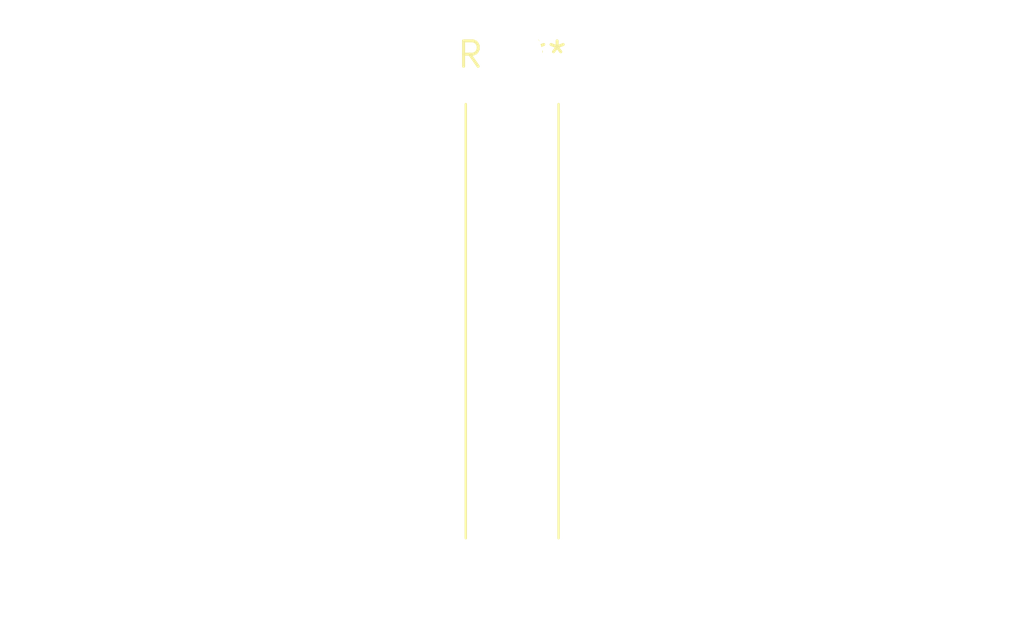
<source format=kicad_pcb>
(kicad_pcb (version 20240108) (generator pcbnew)
  (layers (0 "F.Cu" signal) (31 "B.Cu" signal) (34 "B.Paste" user) (35 "F.Paste" user) (36 "B.SilkS" user "B.Silkscreen") (37 "F.SilkS" user "F.Silkscreen") (38 "B.Mask" user) (39 "F.Mask" user) (44 "Edge.Cuts" user))
  (net 0 "")
  (footprint "SolderWire-2.5sqmm_1x01_D2.4mm_OD4.4mm_Relief" (layer "F.Cu") (at 0 0)
    (property "Reference" "REF**")
    (property "Value" "SolderWire-2.5sqmm_1x01_D2.4mm_OD4.4mm_Relief")
    (fp_line (start -2.31 2.46) (end -2.31 24.09) (layer "F.SilkS") (stroke (width 0.12)))
    (fp_line (start 2.31 2.46) (end 2.31 24.09) (layer "F.SilkS") (stroke (width 0.12)))
    (pad "" np_thru_hole circle (at 0 26.4) (size 4.9 4.9) (drill 4.9) (layers *.Cu *.Mask))
    (pad "1" thru_hole roundrect (at 0 0) (size 4.4 4.4) (drill 3) (layers *.Cu *.Mask) (remove_unused_layers) (roundrect_rratio 0.056818))
  )
)
</source>
